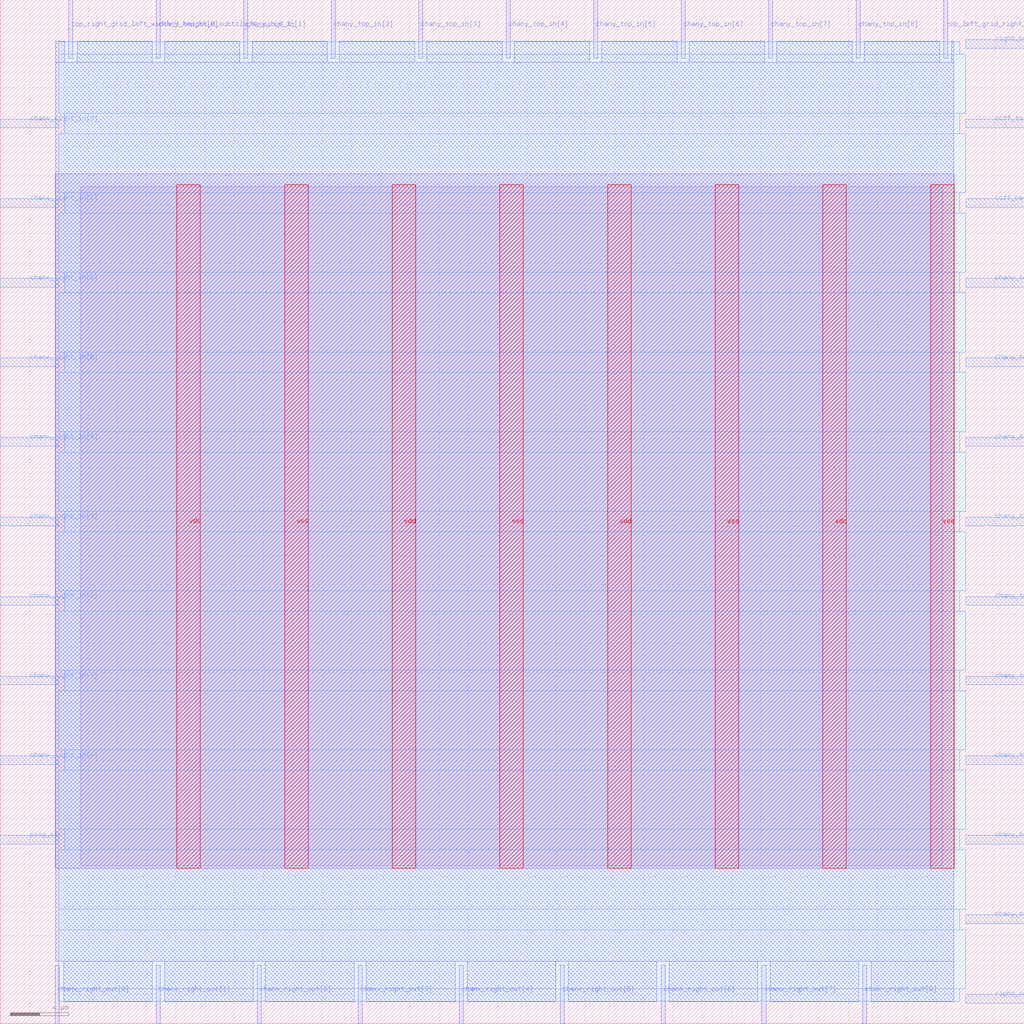
<source format=lef>
VERSION 5.7 ;
  NOWIREEXTENSIONATPIN ON ;
  DIVIDERCHAR "/" ;
  BUSBITCHARS "[]" ;
MACRO sb_0__0_
  CLASS BLOCK ;
  FOREIGN sb_0__0_ ;
  ORIGIN 0.000 0.000 ;
  SIZE 70.000 BY 70.000 ;
  PIN ccff_head
    DIRECTION INPUT ;
    USE SIGNAL ;
    ANTENNAGATEAREA 0.196500 ;
    PORT
      LAYER met3 ;
        RECT 66.000 55.800 70.000 56.400 ;
    END
  END ccff_head
  PIN ccff_tail
    DIRECTION OUTPUT TRISTATE ;
    USE SIGNAL ;
    ANTENNADIFFAREA 0.445500 ;
    PORT
      LAYER met3 ;
        RECT 66.000 61.240 70.000 61.840 ;
    END
  END ccff_tail
  PIN chanx_right_in[0]
    DIRECTION INPUT ;
    USE SIGNAL ;
    ANTENNAGATEAREA 0.196500 ;
    PORT
      LAYER met3 ;
        RECT 0.000 17.720 4.000 18.320 ;
    END
  END chanx_right_in[0]
  PIN chanx_right_in[1]
    DIRECTION INPUT ;
    USE SIGNAL ;
    ANTENNAGATEAREA 0.196500 ;
    PORT
      LAYER met3 ;
        RECT 0.000 23.160 4.000 23.760 ;
    END
  END chanx_right_in[1]
  PIN chanx_right_in[2]
    DIRECTION INPUT ;
    USE SIGNAL ;
    ANTENNAGATEAREA 0.196500 ;
    PORT
      LAYER met3 ;
        RECT 0.000 28.600 4.000 29.200 ;
    END
  END chanx_right_in[2]
  PIN chanx_right_in[3]
    DIRECTION INPUT ;
    USE SIGNAL ;
    ANTENNAGATEAREA 0.196500 ;
    PORT
      LAYER met3 ;
        RECT 0.000 34.040 4.000 34.640 ;
    END
  END chanx_right_in[3]
  PIN chanx_right_in[4]
    DIRECTION INPUT ;
    USE SIGNAL ;
    ANTENNAGATEAREA 0.196500 ;
    PORT
      LAYER met3 ;
        RECT 0.000 39.480 4.000 40.080 ;
    END
  END chanx_right_in[4]
  PIN chanx_right_in[5]
    DIRECTION INPUT ;
    USE SIGNAL ;
    ANTENNAGATEAREA 0.196500 ;
    PORT
      LAYER met3 ;
        RECT 0.000 44.920 4.000 45.520 ;
    END
  END chanx_right_in[5]
  PIN chanx_right_in[6]
    DIRECTION INPUT ;
    USE SIGNAL ;
    ANTENNAGATEAREA 0.196500 ;
    PORT
      LAYER met3 ;
        RECT 0.000 50.360 4.000 50.960 ;
    END
  END chanx_right_in[6]
  PIN chanx_right_in[7]
    DIRECTION INPUT ;
    USE SIGNAL ;
    ANTENNAGATEAREA 0.196500 ;
    PORT
      LAYER met3 ;
        RECT 0.000 55.800 4.000 56.400 ;
    END
  END chanx_right_in[7]
  PIN chanx_right_in[8]
    DIRECTION INPUT ;
    USE SIGNAL ;
    ANTENNAGATEAREA 0.196500 ;
    PORT
      LAYER met3 ;
        RECT 0.000 61.240 4.000 61.840 ;
    END
  END chanx_right_in[8]
  PIN chanx_right_out[0]
    DIRECTION OUTPUT TRISTATE ;
    USE SIGNAL ;
    ANTENNADIFFAREA 0.795200 ;
    PORT
      LAYER met2 ;
        RECT 3.770 0.000 4.050 4.000 ;
    END
  END chanx_right_out[0]
  PIN chanx_right_out[1]
    DIRECTION OUTPUT TRISTATE ;
    USE SIGNAL ;
    ANTENNADIFFAREA 0.795200 ;
    PORT
      LAYER met2 ;
        RECT 10.670 0.000 10.950 4.000 ;
    END
  END chanx_right_out[1]
  PIN chanx_right_out[2]
    DIRECTION OUTPUT TRISTATE ;
    USE SIGNAL ;
    ANTENNADIFFAREA 0.795200 ;
    PORT
      LAYER met2 ;
        RECT 17.570 0.000 17.850 4.000 ;
    END
  END chanx_right_out[2]
  PIN chanx_right_out[3]
    DIRECTION OUTPUT TRISTATE ;
    USE SIGNAL ;
    ANTENNADIFFAREA 0.795200 ;
    PORT
      LAYER met2 ;
        RECT 24.470 0.000 24.750 4.000 ;
    END
  END chanx_right_out[3]
  PIN chanx_right_out[4]
    DIRECTION OUTPUT TRISTATE ;
    USE SIGNAL ;
    ANTENNADIFFAREA 0.795200 ;
    PORT
      LAYER met2 ;
        RECT 31.370 0.000 31.650 4.000 ;
    END
  END chanx_right_out[4]
  PIN chanx_right_out[5]
    DIRECTION OUTPUT TRISTATE ;
    USE SIGNAL ;
    ANTENNADIFFAREA 0.795200 ;
    PORT
      LAYER met2 ;
        RECT 38.270 0.000 38.550 4.000 ;
    END
  END chanx_right_out[5]
  PIN chanx_right_out[6]
    DIRECTION OUTPUT TRISTATE ;
    USE SIGNAL ;
    ANTENNADIFFAREA 0.795200 ;
    PORT
      LAYER met2 ;
        RECT 45.170 0.000 45.450 4.000 ;
    END
  END chanx_right_out[6]
  PIN chanx_right_out[7]
    DIRECTION OUTPUT TRISTATE ;
    USE SIGNAL ;
    ANTENNADIFFAREA 0.795200 ;
    PORT
      LAYER met2 ;
        RECT 52.070 0.000 52.350 4.000 ;
    END
  END chanx_right_out[7]
  PIN chanx_right_out[8]
    DIRECTION OUTPUT TRISTATE ;
    USE SIGNAL ;
    ANTENNADIFFAREA 0.795200 ;
    PORT
      LAYER met2 ;
        RECT 58.970 0.000 59.250 4.000 ;
    END
  END chanx_right_out[8]
  PIN chany_top_in[0]
    DIRECTION INPUT ;
    USE SIGNAL ;
    ANTENNAGATEAREA 0.196500 ;
    PORT
      LAYER met2 ;
        RECT 10.670 66.000 10.950 70.000 ;
    END
  END chany_top_in[0]
  PIN chany_top_in[1]
    DIRECTION INPUT ;
    USE SIGNAL ;
    ANTENNAGATEAREA 0.196500 ;
    PORT
      LAYER met2 ;
        RECT 16.650 66.000 16.930 70.000 ;
    END
  END chany_top_in[1]
  PIN chany_top_in[2]
    DIRECTION INPUT ;
    USE SIGNAL ;
    ANTENNAGATEAREA 0.196500 ;
    PORT
      LAYER met2 ;
        RECT 22.630 66.000 22.910 70.000 ;
    END
  END chany_top_in[2]
  PIN chany_top_in[3]
    DIRECTION INPUT ;
    USE SIGNAL ;
    ANTENNAGATEAREA 0.196500 ;
    PORT
      LAYER met2 ;
        RECT 28.610 66.000 28.890 70.000 ;
    END
  END chany_top_in[3]
  PIN chany_top_in[4]
    DIRECTION INPUT ;
    USE SIGNAL ;
    ANTENNAGATEAREA 0.196500 ;
    PORT
      LAYER met2 ;
        RECT 34.590 66.000 34.870 70.000 ;
    END
  END chany_top_in[4]
  PIN chany_top_in[5]
    DIRECTION INPUT ;
    USE SIGNAL ;
    ANTENNAGATEAREA 0.196500 ;
    PORT
      LAYER met2 ;
        RECT 40.570 66.000 40.850 70.000 ;
    END
  END chany_top_in[5]
  PIN chany_top_in[6]
    DIRECTION INPUT ;
    USE SIGNAL ;
    ANTENNAGATEAREA 0.196500 ;
    PORT
      LAYER met2 ;
        RECT 46.550 66.000 46.830 70.000 ;
    END
  END chany_top_in[6]
  PIN chany_top_in[7]
    DIRECTION INPUT ;
    USE SIGNAL ;
    ANTENNAGATEAREA 0.196500 ;
    PORT
      LAYER met2 ;
        RECT 52.530 66.000 52.810 70.000 ;
    END
  END chany_top_in[7]
  PIN chany_top_in[8]
    DIRECTION INPUT ;
    USE SIGNAL ;
    ANTENNAGATEAREA 0.196500 ;
    PORT
      LAYER met2 ;
        RECT 58.510 66.000 58.790 70.000 ;
    END
  END chany_top_in[8]
  PIN chany_top_out[0]
    DIRECTION OUTPUT TRISTATE ;
    USE SIGNAL ;
    ANTENNADIFFAREA 0.795200 ;
    PORT
      LAYER met3 ;
        RECT 66.000 6.840 70.000 7.440 ;
    END
  END chany_top_out[0]
  PIN chany_top_out[1]
    DIRECTION OUTPUT TRISTATE ;
    USE SIGNAL ;
    ANTENNADIFFAREA 0.795200 ;
    PORT
      LAYER met3 ;
        RECT 66.000 12.280 70.000 12.880 ;
    END
  END chany_top_out[1]
  PIN chany_top_out[2]
    DIRECTION OUTPUT TRISTATE ;
    USE SIGNAL ;
    ANTENNADIFFAREA 0.445500 ;
    PORT
      LAYER met3 ;
        RECT 66.000 17.720 70.000 18.320 ;
    END
  END chany_top_out[2]
  PIN chany_top_out[3]
    DIRECTION OUTPUT TRISTATE ;
    USE SIGNAL ;
    ANTENNADIFFAREA 0.445500 ;
    PORT
      LAYER met3 ;
        RECT 66.000 23.160 70.000 23.760 ;
    END
  END chany_top_out[3]
  PIN chany_top_out[4]
    DIRECTION OUTPUT TRISTATE ;
    USE SIGNAL ;
    ANTENNADIFFAREA 0.445500 ;
    PORT
      LAYER met3 ;
        RECT 66.000 28.600 70.000 29.200 ;
    END
  END chany_top_out[4]
  PIN chany_top_out[5]
    DIRECTION OUTPUT TRISTATE ;
    USE SIGNAL ;
    ANTENNADIFFAREA 0.795200 ;
    PORT
      LAYER met3 ;
        RECT 66.000 34.040 70.000 34.640 ;
    END
  END chany_top_out[5]
  PIN chany_top_out[6]
    DIRECTION OUTPUT TRISTATE ;
    USE SIGNAL ;
    ANTENNADIFFAREA 0.795200 ;
    PORT
      LAYER met3 ;
        RECT 66.000 39.480 70.000 40.080 ;
    END
  END chany_top_out[6]
  PIN chany_top_out[7]
    DIRECTION OUTPUT TRISTATE ;
    USE SIGNAL ;
    ANTENNADIFFAREA 0.445500 ;
    PORT
      LAYER met3 ;
        RECT 66.000 44.920 70.000 45.520 ;
    END
  END chany_top_out[7]
  PIN chany_top_out[8]
    DIRECTION OUTPUT TRISTATE ;
    USE SIGNAL ;
    ANTENNADIFFAREA 0.445500 ;
    PORT
      LAYER met3 ;
        RECT 66.000 50.360 70.000 50.960 ;
    END
  END chany_top_out[8]
  PIN prog_clk
    DIRECTION INPUT ;
    USE SIGNAL ;
    ANTENNAGATEAREA 0.852000 ;
    PORT
      LAYER met3 ;
        RECT 0.000 12.280 4.000 12.880 ;
    END
  END prog_clk
  PIN right_bottom_grid_top_width_0_height_0_subtile_0__pin_inpad_0_
    DIRECTION INPUT ;
    USE SIGNAL ;
    ANTENNAGATEAREA 0.196500 ;
    PORT
      LAYER met3 ;
        RECT 66.000 66.680 70.000 67.280 ;
    END
  END right_bottom_grid_top_width_0_height_0_subtile_0__pin_inpad_0_
  PIN right_top_grid_bottom_width_0_height_0_subtile_0__pin_O_0_
    DIRECTION INPUT ;
    USE SIGNAL ;
    ANTENNAGATEAREA 0.196500 ;
    PORT
      LAYER met3 ;
        RECT 66.000 1.400 70.000 2.000 ;
    END
  END right_top_grid_bottom_width_0_height_0_subtile_0__pin_O_0_
  PIN top_left_grid_right_width_0_height_0_subtile_0__pin_inpad_0_
    DIRECTION INPUT ;
    USE SIGNAL ;
    ANTENNAGATEAREA 0.196500 ;
    PORT
      LAYER met2 ;
        RECT 64.490 66.000 64.770 70.000 ;
    END
  END top_left_grid_right_width_0_height_0_subtile_0__pin_inpad_0_
  PIN top_right_grid_left_width_0_height_0_subtile_0__pin_O_1_
    DIRECTION INPUT ;
    USE SIGNAL ;
    ANTENNAGATEAREA 0.196500 ;
    PORT
      LAYER met2 ;
        RECT 4.690 66.000 4.970 70.000 ;
    END
  END top_right_grid_left_width_0_height_0_subtile_0__pin_O_1_
  PIN vdd
    DIRECTION INOUT ;
    USE POWER ;
    PORT
      LAYER met4 ;
        RECT 12.080 10.640 13.680 57.360 ;
    END
    PORT
      LAYER met4 ;
        RECT 26.800 10.640 28.400 57.360 ;
    END
    PORT
      LAYER met4 ;
        RECT 41.520 10.640 43.120 57.360 ;
    END
    PORT
      LAYER met4 ;
        RECT 56.240 10.640 57.840 57.360 ;
    END
  END vdd
  PIN vss
    DIRECTION INOUT ;
    USE GROUND ;
    PORT
      LAYER met4 ;
        RECT 19.440 10.640 21.040 57.360 ;
    END
    PORT
      LAYER met4 ;
        RECT 34.160 10.640 35.760 57.360 ;
    END
    PORT
      LAYER met4 ;
        RECT 48.880 10.640 50.480 57.360 ;
    END
    PORT
      LAYER met4 ;
        RECT 63.600 10.640 65.200 57.360 ;
    END
  END vss
  OBS
      LAYER li1 ;
        RECT 5.520 10.795 64.400 57.205 ;
      LAYER met1 ;
        RECT 3.750 10.640 65.200 58.100 ;
      LAYER met2 ;
        RECT 3.780 65.720 4.410 67.165 ;
        RECT 5.250 65.720 10.390 67.165 ;
        RECT 11.230 65.720 16.370 67.165 ;
        RECT 17.210 65.720 22.350 67.165 ;
        RECT 23.190 65.720 28.330 67.165 ;
        RECT 29.170 65.720 34.310 67.165 ;
        RECT 35.150 65.720 40.290 67.165 ;
        RECT 41.130 65.720 46.270 67.165 ;
        RECT 47.110 65.720 52.250 67.165 ;
        RECT 53.090 65.720 58.230 67.165 ;
        RECT 59.070 65.720 64.210 67.165 ;
        RECT 65.050 65.720 65.170 67.165 ;
        RECT 3.780 4.280 65.170 65.720 ;
        RECT 4.330 1.515 10.390 4.280 ;
        RECT 11.230 1.515 17.290 4.280 ;
        RECT 18.130 1.515 24.190 4.280 ;
        RECT 25.030 1.515 31.090 4.280 ;
        RECT 31.930 1.515 37.990 4.280 ;
        RECT 38.830 1.515 44.890 4.280 ;
        RECT 45.730 1.515 51.790 4.280 ;
        RECT 52.630 1.515 58.690 4.280 ;
        RECT 59.530 1.515 65.170 4.280 ;
      LAYER met3 ;
        RECT 3.990 66.280 65.600 67.145 ;
        RECT 3.990 62.240 66.000 66.280 ;
        RECT 4.400 60.840 65.600 62.240 ;
        RECT 3.990 56.800 66.000 60.840 ;
        RECT 4.400 55.400 65.600 56.800 ;
        RECT 3.990 51.360 66.000 55.400 ;
        RECT 4.400 49.960 65.600 51.360 ;
        RECT 3.990 45.920 66.000 49.960 ;
        RECT 4.400 44.520 65.600 45.920 ;
        RECT 3.990 40.480 66.000 44.520 ;
        RECT 4.400 39.080 65.600 40.480 ;
        RECT 3.990 35.040 66.000 39.080 ;
        RECT 4.400 33.640 65.600 35.040 ;
        RECT 3.990 29.600 66.000 33.640 ;
        RECT 4.400 28.200 65.600 29.600 ;
        RECT 3.990 24.160 66.000 28.200 ;
        RECT 4.400 22.760 65.600 24.160 ;
        RECT 3.990 18.720 66.000 22.760 ;
        RECT 4.400 17.320 65.600 18.720 ;
        RECT 3.990 13.280 66.000 17.320 ;
        RECT 4.400 11.880 65.600 13.280 ;
        RECT 3.990 7.840 66.000 11.880 ;
        RECT 3.990 6.440 65.600 7.840 ;
        RECT 3.990 2.400 66.000 6.440 ;
        RECT 3.990 1.535 65.600 2.400 ;
  END
END sb_0__0_
END LIBRARY


</source>
